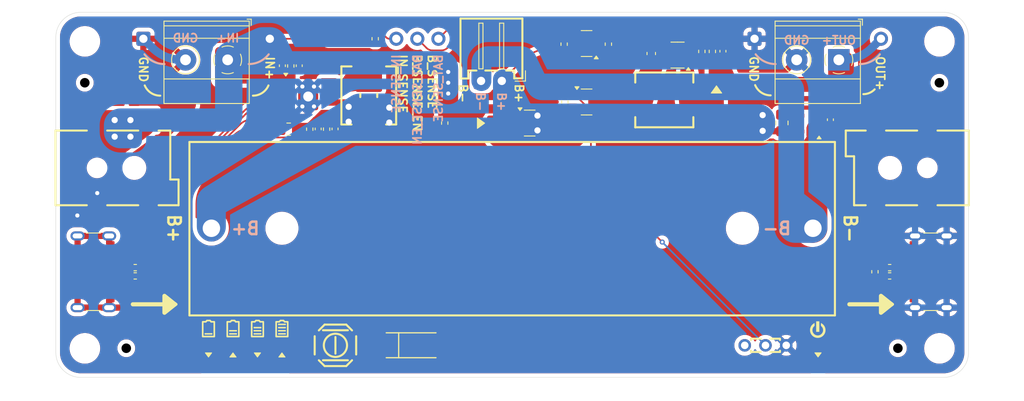
<source format=kicad_pcb>
(kicad_pcb (version 20240108) (generator "pcbnew") (generator_version "8.0")
  (layers (0 "F.Cu" signal) (31 "B.Cu" signal) (34 "B.Paste" user) (35 "F.Paste" user) (36 "B.SilkS" user "B.Silkscreen") (37 "F.SilkS" user "F.Silkscreen") (38 "B.Mask" user) (39 "F.Mask" user) (44 "Edge.Cuts" user))
  (net 0 "")
  (net 1 "B-")
  (net 2 "B+")
  (net 3 "BATVDD")
  (net 4 "GND")
  (net 5 "BOOST")
  (net 6 "VOUT")
  (net 7 "VIN")
  (net 8 "LOAD_SWITCH")
  (net 9 "SW")
  (net 10 "Net-(J1-CC1)")
  (net 11 "Net-(J1-CC2)")
  (net 12 "Net-(J2-CC1)")
  (net 13 "Net-(J2-CC2)")
  (net 14 "LED1")
  (net 15 "LED3")
  (net 16 "LED2")
  (net 17 "Net-(Q2-G)")
  (net 18 "FB")
  (net 19 "KEY")
  (net 20 "Net-(LED5-A)")
  (net 21 "Net-(LED6-A)")
  (net 22 "Net-(C6-Pad1)")
  (net 23 "Net-(C7-Pad1)")
  (net 24 "Net-(R1-Pad2)")
  (net 28 "BAT_SENSE")
  (net 29 "BAT_SENSE_ENABLE")
  (net 30 "Net-(Q3-D)")
  (net 31 "GND_PINS")
  (net 33 "POWER_IN_SENSE")
  (net 34 "BOOST_SW")
  (footprint "custom:PinHeader_1x01_P2.54mm_simple_square" (layer "F.Cu") (at 172.72 76.2)
    (property "Reference" "J12" (hide yes))
    (property "Value" "Conn_01x01")
  )
  (footprint "Resistor_SMD:R_0402_1005Metric" (layer "F.Cu") (at 189.008 104.782)
    (property "Reference" "R13" (hide yes))
    (property "Value" "22K")
  )
  (footprint "custom:LED_0805_2012Metric_Pad1.15x1.40mm_HandSolder_simple" (layer "F.Cu") (at 112.81 114.309 90)
    (property "Reference" "LED3" (hide yes))
    (property "Value" "~")
  )
  (footprint "Capacitor_SMD:C_0402_1005Metric" (layer "F.Cu") (at 122.1615 87.0675 -90)
    (property "Reference" "C2" (hide yes))
    (property "Value" "10uF")
  )
  (footprint "custom:jlcpcb-pcba-tooling-hole" (layer "F.Cu") (at 190 113.5)
    (property "Reference" "REF**" (hide yes))
    (property "Value" "jlcpcb-pcba-tooling-hole")
  )
  (footprint "custom:PinHeader_1x01_P2.54mm_simple" (layer "F.Cu") (at 187.96 76.2 -90)
    (property "Reference" "J8" (hide yes))
    (property "Value" "Conn_01x01")
  )
  (footprint "Resistor_SMD:R_0402_1005Metric" (layer "F.Cu") (at 127 76.2 90)
    (property "Reference" "R17" (hide yes))
    (property "Value" "10K")
  )
  (footprint "Resistor_SMD:R_0402_1005Metric" (layer "F.Cu") (at 116.8275 79.4775 90)
    (property "Reference" "R3" (hide yes))
    (property "Value" "2R")
  )
  (footprint "Package_TO_SOT_SMD:SOT-23-6" (layer "F.Cu") (at 163.4435 78.166 180)
    (property "Reference" "U3" (hide yes))
    (property "Value" "MT3608")
  )
  (footprint "Capacitor_SMD:C_0402_1005Metric" (layer "F.Cu") (at 120.1295 87.0675 -90)
    (property "Reference" "C7" (hide yes))
    (property "Value" "10uF")
  )
  (footprint "Resistor_SMD:R_0402_1005Metric" (layer "F.Cu") (at 166.37 77.726 -90)
    (property "Reference" "R9" (hide yes))
    (property "Value" "10K")
  )
  (footprint "custom:SOIC-8-1EP_3.9x4.9mm_P1.27mm_EP2.41x3.3mm_ThermalVias_CustomVias_Large" (layer "F.Cu") (at 118.9245 83.1585)
    (property "Reference" "U1" (hide yes))
    (property "Value" "IP5306")
  )
  (footprint "custom:Inductor_Multi_7.0x6.6_plus" (layer "F.Cu") (at 126.2255 83.0315 -90)
    (property "Reference" "L1" (hide yes))
    (property "Value" "1uH")
  )
  (footprint "Resistor_SMD:R_0805_2012Metric_Pad1.20x1.40mm_HandSolder" (layer "F.Cu") (at 176.022 86.344 90)
    (property "Reference" "R5" (hide yes))
    (property "Value" "100R")
  )
  (footprint "Package_TO_SOT_SMD:SOT-23" (layer "F.Cu") (at 152.4785 83.82)
    (property "Reference" "Q2" (hide yes))
    (property "Value" "AO3401A")
  )
  (footprint "Resistor_SMD:R_0402_1005Metric" (layer "F.Cu") (at 189.008 103.782)
    (property "Reference" "R14" (hide yes))
    (property "Value" "22K")
  )
  (footprint "custom:LED_0805_2012Metric_Pad1.15x1.40mm_HandSolder_simple" (layer "F.Cu") (at 106.91 114.309 90)
    (property "Reference" "LED1" (hide yes))
    (property "Value" "~")
  )
  (footprint "lcsc:BAT-TH_18650-A5BJ001" (layer "F.Cu") (at 143.51 99.04)
    (property "Reference" "BT1" (hide yes))
    (property "Value" "Battery_Cell")
  )
  (footprint "Package_TO_SOT_SMD:SOT-23" (layer "F.Cu") (at 145.6205 86.36)
    (property "Reference" "Q1" (hide yes))
    (property "Value" "AO3401A")
  )
  (footprint "Capacitor_SMD:C_0402_1005Metric" (layer "F.Cu") (at 168.91 77.696 90)
    (property "Reference" "C11" (hide yes))
    (property "Value" "10uF")
  )
  (footprint "custom:D_SMA_simple" (layer "F.Cu") (at 139.732 86.36 180)
    (property "Reference" "D1" (hide yes))
    (property "Value" "SS34")
  )
  (footprint "custom:LED_0805_2012Metric_Pad1.15x1.40mm_HandSolder_simple" (layer "F.Cu") (at 109.86 114.309 -90)
    (property "Reference" "LED2" (hide yes))
    (property "Value" "~")
  )
  (footprint "MountingHole:MountingHole_3.2mm_M3" (layer "F.Cu") (at 195.01 76.514)
    (property "Reference" "REF**" (hide yes))
    (property "Value" "MountingHole_3.2mm_M3")
  )
  (footprint "Resistor_SMD:R_0402_1005Metric" (layer "F.Cu") (at 135.382 86.36 -90)
    (property "Reference" "R6" (hide yes))
    (property "Value" "10K")
  )
  (footprint "custom:USB_C_Receptacle_GCT_USB4125-xx-x_6P_TopMnt_Horizontal_handsolder" (layer "F.Cu") (at 195.068 104.282 90)
    (property "Reference" "J2" (hide yes))
    (property "Value" "USB_C_Receptacle_PowerOnly_6P")
  )
  (footprint "custom:USB_C_Receptacle_GCT_USB4125-xx-x_6P_TopMnt_Horizontal_handsolder" (layer "F.Cu") (at 91.9312 104.282 -90)
    (property "Reference" "J1" (hide yes))
    (property "Value" "USB_C_Receptacle_PowerOnly_6P")
  )
  (footprint "custom:PinHeader_1x03_P2.54mm_Vertical_simple" (layer "F.Cu") (at 134.62 76.2 -90)
    (property "Reference" "J9" (hide yes))
    (property "Value" "Conn_01x03")
  )
  (footprint "custom:jlcpcb-pcba-tooling-hole" (layer "F.Cu") (at 195 81.5)
    (property "Reference" "REF**" (hide yes))
    (property "Value" "jlcpcb-pcba-tooling-hole")
  )
  (footprint "Resistor_SMD:R_0402_1005Metric" (layer "F.Cu") (at 187.232 104.284 -90)
    (property "Reference" "R10" (hide yes))
    (property "Value" "10K")
  )
  (footprint "Resistor_SMD:R_0805_2012Metric_Pad1.20x1.40mm_HandSolder" (layer "F.Cu") (at 116.5735 87.0955 180)
    (property "Reference" "R2" (hide yes))
    (property "Value" "20R")
  )
  (footprint "custom:JST_XH_S2B-XH-2AW_1x02_P2.50mm_pad2gnd" (layer "F.Cu") (at 141.01 81.28 180)
    (property "Reference" "J10" (hide yes))
    (property "Value" "Conn_01x02")
  )
  (footprint "custom:PinHeader_1x01_P2.54mm_simple_square" (layer "F.Cu") (at 99.06 76.2)
    (property "Reference" "J11" (hide yes))
    (property "Value" "Conn_01x01")
  )
  (footprint "lcsc:IND-SMD_L7.0-W6.6" (layer "F.Cu") (at 161.846 83.566)
    (property "Reference" "L2" (hide yes))
    (property "Value" "22uH")
  )
  (footprint "MountingHole:MountingHole_3.2mm_M3" (layer "F.Cu") (at 92.01 113.514)
    (property "Reference" "REF**" (hide yes))
    (property "Value" "MountingHole_3.2mm_M3")
  )
  (footprint "Resistor_SMD:R_0402_1005Metric" (layer "F.Cu") (at 119.1135 87.0975 -90)
    (property "Reference" "R1" (hide yes))
    (property "Value" "10K")
  )
  (footprint "lcsc:DC-IN_DC-050-2.0-BB" (layer "F.Cu") (at 190.448 91.764 180)
    (property "Reference" "J6" (hide yes))
    (property "Value" "Barrel_Jack_Switch")
  )
  (footprint "lcsc:DC-IN_DC-050-2.0-BB" (layer "F.Cu") (at 96.572 91.764)
    (property "Reference" "J3" (hide yes))
    (property "Value" "Barrel_Jack_Switch")
  )
  (footprint "custom:LED_0805_2012Metric_Pad1.15x1.40mm_HandSolder_simple" (layer "F.Cu") (at 115.76 114.309 -90)
    (property "Reference" "LED4" (hide yes))
    (property "Value" "~")
  )
  (footprint "Capacitor_SMD:C_0603_1608Metric" (layer "F.Cu") (at 160.274 77.978 90)
    (property "Reference" "C10" (hide yes))
    (property "Value" "10uF")
  )
  (footprint "Package_TO_SOT_SMD:SOT-23" (layer "F.Cu") (at 152.4785 76.774 180)
    (property "Reference" "Q3" (hide yes))
    (property "Value" "AO3400A")
  )
  (footprint "custom:SW-TH_DEALON_SS-12D01-GX_simple" (layer "F.Cu") (at 174.041 113.149)
    (property "Reference" "SW2" (hide yes))
    (property "Value" "SW_SPDT")
  )
  (footprint "Capacitor_SMD:C_0402_1005Metric" (layer "F.Cu") (at 115.8115 79.4475 90)
    (property "Reference" "C1" (hide yes))
    (property "Value" "10uF")
  )
  (footprint "custom:PinHeader_1x01_P2.54mm_simple" (layer "F.Cu") (at 114.3 76.2 -90)
    (property "Reference" "J5" (hide yes))
    (property "Value" "Conn_01x01")
  )
  (footprint "MountingHole:MountingHole_3.2mm_M3" (layer "F.Cu") (at 195.01 113.514)
    (property "Reference" "REF**" (hide yes))
    (property "Value" "MountingHole_3.2mm_M3")
  )
  (footprint "custom:TerminalBlock_Phoenix_MKDS-1,5-2-5.08_1x02_P5.08mm_Horizontal" (layer "F.Cu") (at 109.22 78.74 180)
    (property "Reference" "J4" (hide yes))
    (property "Value" "Screw_Terminal_01x02")
  )
  (footprint "Resistor_SMD:R_0402_1005Metric" (layer "F.Cu") (at 121.1455 87.0955 -90)
    (property "Reference" "R4" (hide yes))
    (property "Value" "2R")
  )
  (footprint "custom:SOT-23-5_simple" (layer "F.Cu") (at 179.2025 86.426 180)
    (property "Reference" "U2" (hide yes))
    (property "Value" "XB5350D0")
  )
  (footprint "custom:Push-Button-SMD-4x4x1.5mm_2P_Large_Pads" (layer "F.Cu") (at 122.208 113.149)
    (property "Reference" "SW1" (hide yes))
    (property "Value" "SW_Push")
  )
  (footprint "custom:D_SMA_simple" (layer "F.Cu") (at 168.12 82.328 -90)
    (property "Reference" "D2" (hide yes))
    (property "Value" "SS34")
  )
  (footprint "Resistor_SMD:R_0402_1005Metric" (layer "F.Cu") (at 149.86 83.822 90)
    (property "Reference" "R7" (hide yes))
    (property "Value" "10K")
  )
  (footprint "Resistor_SMD:R_0402_1005Metric" (layer "F.Cu") (at 98.08 103.782)
    (property "Reference" "R12" (hide yes))
    (property "Value" "5K1")
  )
  (footprint "custom:jlcpcb-pcba-tooling-hole" (layer "F.Cu") (at 97 113.5)
    (property "Reference" "REF**" (hide yes))
    (property "Value" "jlcpcb-pcba-tooling-hole")
  )
  (footprint "Resistor_SMD:R_0402_1005Metric" (layer "F.Cu") (at 98.08 104.782)
    (property "Reference" "R11" (hide yes))
    (property "Value" "5K1")
  )
  (footprint "Capacitor_SMD:C_0402_1005Metric" (layer "F.Cu") (at 181.864 85.956 90)
    (property "Reference" "C9" (hide yes))
    (property "Value" "0.1uF")
  )
  (footprint "MountingHole:MountingHole_3.2mm_M3" (layer "F.Cu") (at 92.01 76.514)
    (property "Reference" "REF**" (hide yes))
    (property "Value" "MountingHole_3.2mm_M3")
  )
  (footprint "Resistor_SMD:R_0402_1005Metric" (layer "F.Cu") (at 149.7725 76.851 90)
    (property "Reference" "R15" (hide yes))
    (property "Value" "10K")
  )
  (footprint "lcsc:LED-SMD_3P-L5.7-W3.0-RD" (layer "F.Cu") (at 131.2895 113.1395)
    (property "Reference" "LED5" (hide yes))
    (property "Value" "~")
  )
  (footprint "Resistor_SMD:R_0402_1005Metric" (layer "F.Cu") (at 155.1065 76.851 -90)
    (property "Reference" "R16" (hide yes))
    (property "Value" "10K")
  )
  (footprint "Capacitor_SMD:C_0402_1005Metric" (layer "F.Cu") (at 117.8435 79.4475 90)
    (property "Reference" "C6" (hide yes))
    (property "Value" "10uF")
  )
  (footprint "Resistor_SMD:R_0402_1005Metric" (layer "F.Cu") (at 167.64 77.726 90)
    (property "Reference" "R8" (hide yes))
    (property "Value" "75K")
  )
  (footprint "custom:TerminalBlock_Phoenix_MKDS-1,5-2-5.08_1x02_P5.08mm_Horizontal" (layer "F.Cu") (at 182.88 78.74 180)
    (property "Reference" "J7" (hide yes))
    (property "Value" "Screw_Terminal_01x02")
  )
  (footprint "custom:LED_0805_2012Metric_Pad1.15x1.40mm_HandSolder_simple" (layer "F.Cu") (at 180.374 114.3 90)
    (property "Reference" "LED6" (hide yes))
    (property "Value" "Boost")
  )
  (footprint "graphics:icon-power-2mm" (layer "F.Cu") (at 180.34 111.252)
    (property "Reference" "G***" (hide yes))
    (property "Value" "LOGO" (hide yes))
  )
  (footprint "custom:jlcpcb-pcba-tooling-hole" (layer "F.Cu") (at 92 81.5)
    (property "Reference" "REF**" (hide yes))
    (property "Value" "jlcpcb-pcba-tooling-hole")
  )
  (gr_arc (start 101.6 79.248002) (mid 100.260857 78.938067) (end 99.194054 78.071293) (stroke (width 0.25)) (layer "B.SilkS"))
  (gr_arc (start 114.165946 78.071291) (mid 113.099143 78.938065) (end 111.76 79.248) (stroke (width 0.25)) (layer "B.SilkS"))
  (gr_arc (start 175.26 79.248002) (mid 173.920857 78.938067) (end 172.854054 78.071293) (stroke (width 0.25)) (layer "B.SilkS"))
  (gr_arc (start 187.825946 78.071291) (mid 186.759143 78.938065) (end 185.42 79.248) (stroke (width 0.25)) (layer "B.SilkS"))
  (gr_rect (start 112.3696 111.3282) (end 113.2586 111.4552) (stroke (width 0.05)) (fill solid) (layer "F.SilkS"))
  (gr_arc (start 101.092 83.058) (mid 99.973402 82.722397) (end 99.224297 81.826444) (stroke (width 0.25)) (layer "F.SilkS"))
  (gr_arc (start 114.135703 81.826444) (mid 113.386598 82.722397) (end 112.268 83.058) (stroke (width 0.25)) (layer "F.SilkS"))
  (gr_rect (start 115.316 110.9472) (end 116.205 111.0742) (stroke (width 0.05)) (fill solid) (layer "F.SilkS"))
  (gr_poly (pts (xy 187.96 107.188) (xy 189.23 108.204) (xy 187.96 109.22)) (stroke (width 0.5)) (fill solid) (layer "F.SilkS"))
  (gr_line (start 184.15 108.204) (end 189.23 108.204) (stroke (width 0.5)) (layer "F.SilkS"))
  (gr_poly (pts (xy 101.6 107.188) (xy 102.87 108.204) (xy 101.6 109.22)) (stroke (width 0.5)) (fill solid) (layer "F.SilkS"))
  (gr_rect (start 115.316 110.5662) (end 116.205 110.6932) (stroke (width 0.05)) (fill solid) (layer "F.SilkS"))
  (gr_rect (start 109.4232 111.7092) (end 110.3122 111.8362) (stroke (width 0.05)) (fill solid) (layer "F.SilkS"))
  (gr_poly (pts (xy 106.2101 112.0902) (xy 107.6071 112.0902) (xy 107.6071 110.3122) (xy 107.2261 110.3122) (xy 107.0991 110.1598) (xy 106.7181 110.1598) (xy 106.5911 110.3122) (xy 106.2101 110.3122)) (stroke (width 0.2)) (fill none) (layer "F.SilkS"))
  (gr_line (start 97.79 108.204) (end 102.87 108.204) (stroke (width 0.5)) (layer "F.SilkS"))
  (gr_rect (start 109.4232 111.3282) (end 110.3122 111.4552) (stroke (width 0.05)) (fill solid) (layer "F.SilkS"))
  (gr_rect (start 112.3696 111.7092) (end 113.2586 111.8362) (stroke (width 0.05)) (fill solid) (layer "F.SilkS"))
  (gr_rect (start 115.316 111.3282) (end 116.205 111.4552) (stroke (width 0.05)) (fill solid) (layer "F.SilkS"))
  (gr_rect (start 112.3696 110.9472) (end 113.2586 111.0742) (stroke (width 0.05)) (fill solid) (layer "F.SilkS"))
  (gr_poly (pts (xy 112.1156 112.0902) (xy 113.5126 112.0902) (xy 113.5126 110.3122) (xy 113.1316 110.3122) (xy 113.0046 110.1598) (xy 112.6236 110.1598) (xy 112.4966 110.3122) (xy 112.1156 110.3122)) (stroke (width 0.2)) (fill none) (layer "F.SilkS"))
  (gr_arc (start 174.662297 83.019556) (mid 173.543699 82.683953) (end 172.794594 81.788) (stroke (width 0.25)) (layer "F.SilkS"))
  (gr_poly (pts (xy 115.062 112.0902) (xy 116.459 112.0902) (xy 116.459 110.3122) (xy 116.078 110.3122) (xy 115.951 110.1598) (xy 115.57 110.1598) (xy 115.443 110.3122) (xy 115.062 110.3122)) (stroke (width 0.2)) (fill none) (layer "F.SilkS"))
  (gr_rect (start 115.316 111.7092) (end 116.205 111.8362) (stroke (width 0.05)) (fill solid) (layer "F.SilkS"))
  (gr_poly (pts (xy 109.1692 112.0902) (xy 110.5662 112.0902) (xy 110.5662 110.3122) (xy 110.1852 110.3122) (xy 110.0582 110.1598) (xy 109.6772 110.1598) (xy 109.5502 110.3122) (xy 109.1692 110.3122)) (stroke (width 0.2)) (fill none) (layer "F.SilkS"))
  (gr_rect (start 106.4641 111.7092) (end 107.3531 111.8362) (stroke (width 0.05)) (fill solid) (layer "F.SilkS"))
  (gr_arc (start 187.197999 82.295999) (mid 186.577136 82.723911) (end 185.838297 82.874568) (stroke (width 0.25)) (layer "F.SilkS"))
  (gr_poly (pts (arc (start 198.51 76.014) (mid 197.63132 73.89268) (end 195.51 73.014)) (arc (start 91.51 73.014) (mid 89.38868 73.89268) (end 88.51 76.014)) (arc (start 88.51 114.014) (mid 89.38868 116.13532) (end 91.51 117.014)) (arc (start 195.51 117.014) (mid 197.63132 116.13532) (end 198.51 114.014))) (stroke (width 0.05)) (fill none) (layer "Edge.Cuts"))
  (gr_text "BAT_SENSE_EN" (at 132.08 77.978 90) (layer "B.SilkS") (effects (font (size 1 1) (thickness 0.2) (bold yes)) (justify left mirror)))
  (gr_text "B+" (at 142.24 82.55 270) (layer "B.SilkS") (effects (font (size 1 1) (thickness 0.2) (bold yes)) (justify left)))
  (gr_text "B-" (at 177.292 99.06 0) (layer "B.SilkS") (effects (font (size 1.5 1.5) (thickness 0.3) (bold yes)) (justify left mirror)))
  (gr_text "B-" (at 139.7 82.55 270) (layer "B.SilkS") (effects (font (size 1 1) (thickness 0.2) (bold yes)) (justify left)))
  (gr_text "OUT+" (at 182.88 76.962 0) (layer "B.SilkS") (effects (font (size 1 1) (thickness 0.2) (bold yes)) (justify bottom mirror)))
  (gr_text "GND" (at 177.8 76.962 0) (layer "B.SilkS") (effects (font (size 1 1) (thickness 0.2) (bold yes)) (justify bottom mirror)))
  (gr_text "BAT_SENSE" (at 134.62 77.978 90) (layer "B.SilkS") (effects (font (size 1 1) (thickness 0.2) (bold yes)) (justify left mirror)))
  (gr_text "GND" (at 104.14 76.708 0) (layer "B.SilkS") (effects (font (size 1 1) (thickness 0.2) (bold yes)) (justify bottom mirror)))
  (gr_text "B+" (at 109.474 99.06 0) (layer "B.SilkS") (effects (font (size 1.5 1.5) (thickness 0.3) (bold yes)) (justify right mirror)))
  (gr_text "IN+" (at 109.22 76.708 0) (layer "B.SilkS") (effects (font (size 1 1) (thickness 0.2) (bold yes)) (justify bottom mirror)))
  (gr_text "IN_SENSE" (at 129.54 77.978 90) (layer "B.SilkS") (effects (font (size 1 1) (thickness 0.2) (bold yes)) (justify left mirror)))
  (gr_text "GND" (at 172.630297 78.193556 270) (layer "F.SilkS") (effects (font (size 1 1) (thickness 0.2) (bold yes)) (justify left)))
  (gr_text "B+" (at 143.764 81.534 -90) (layer "F.SilkS") (effects (font (size 1 1) (thickness 0.2) (bold yes)) (justify left bottom)))
  (gr_text "IN+" (at 114.3 78.232 270) (layer "F.SilkS") (effects (font (size 1 1) (thickness 0.2) (bold yes)) (justify left)))
  (gr_text "B_SENSE_EN" (at 132.08 77.978 270) (layer "F.SilkS") (effects (font (size 1 1) (thickness 0.2) (bold yes)) (justify left)))
  (gr_text "OUT+" (at 187.870297 78.193556 270) (layer "F.SilkS") (effects (font (size 1 1) (thickness 0.2) (bold yes)) (justify left)))
  (gr_text "B_SENSE" (at 133.858 77.978 270) (layer "F.SilkS") (effects (font (size 1 1) (thickness 0.2) (bold yes)) (justify left)))
  (gr_text "IN_SENSE" (at 130.302 77.978 270) (layer "F.SilkS") (effects (font (size 1 1) (thickness 0.2) (bold yes)) (justify left)))
  (gr_text "B+" (at 103.632 99.06 270) (layer "F.SilkS") (effects (font (size 1.5 1.5) (thickness 0.3) (bold yes)) (justify top)))
  (gr_text "B-" (at 138.176 81.534 270) (layer "F.SilkS") (effects (font (size 1 1) (thickness 0.2) (bold yes)) (justify left top)))
  (gr_text "B-" (at 183.388 99.06 270) (layer "F.SilkS") (effects (font (size 1.5 1.5) (thickness 0.3) (bold yes)) (justify bottom)))
  (gr_text "GND" (at 99.06 78.232 270) (layer "F.SilkS") (effects (font (size 1 1) (thickness 0.2) (bold yes)) (justify left)))
  (segment (start 179.948816 88.5) (end 180.731184 88.5) (width 0.5) (layer "F.Cu") (net 1))
  (segment (start 179.774816 86.426) (end 179.2275 86.973316) (width 0.5) (layer "F.Cu") (net 1))
  (segment (start 181.864 87.367184) (end 181.864 86.436) (width 0.5) (layer "F.Cu") (net 1))
  (segment (start 179.2275 87.778684) (end 179.948816 88.5) (width 0.5) (layer "F.Cu") (net 1))
  (segment (start 179.2275 86.973316) (end 179.2275 87.778684) (width 0.5) (layer "F.Cu") (net 1))
  (segment (start 180.731184 88.5) (end 181.864 87.367184) (width 0.5) (layer "F.Cu") (net 1))
  (segment (start 180.34 86.426) (end 179.774816 86.426) (width 0.5) (layer "F.Cu") (net 1))
  (segment (start 173.7 87.3) (end 173.744 87.344) (width 0.75) (layer "F.Cu") (net 2))
  (segment (start 144.714534 78.825466) (end 142.26 81.28) (width 0.2) (layer "F.Cu") (net 2))
  (segment (start 149.7725 77.361) (end 148.250068 77.361) (width 0.2) (layer "F.Cu") (net 2))
  (segment (start 173.744 87.344) (end 176.022 87.344) (width 0.75) (layer "F.Cu") (net 2))
  (segment (start 146.558 85.458) (end 146.558 86.36) (width 0.75) (layer "F.Cu") (net 2))
  (segment (start 146.558 87.242) (end 146.558 86.36) (width 0.75) (layer "F.Cu") (net 2))
  (segment (start 173.7 85.4) (end 173.7 87.3) (width 0.75) (layer "F.Cu") (net 2))
  (via (at 128.7 86.3) (size 1.5) (drill 0.75) (layers "F.Cu" "B.Cu") (net 2))
  (via (at 173.7 85.4) (size 1.5) (drill 0.75) (layers "F.Cu" "B.Cu") (net 2))
  (via (at 123.8 86.2) (size 1.5) (drill 0.75) (layers "F.Cu" "B.Cu") (net 2))
  (via (at 146.558 85.458) (size 1.5) (drill 0.75) (layers "F.Cu" "B.Cu") (net 2))
  (via (at 123.8 84.4) (size 1.5) (drill 0.75) (layers "F.Cu" "B.Cu") (net 2))
  (via (at 146.558 87.242) (size 1.5) (drill 0.75) (layers "F.Cu" "B.Cu") (net 2))
  (via (at 128.7 84.5) (size 1.5) (drill 0.75) (layers "F.Cu" "B.Cu") (net 2))
  (via (at 173.7 87.3) (size 1.5) (drill 0.75) (layers "F.Cu" "B.Cu") (net 2))
  (arc (start 148.250068 77.361) (mid 146.336651 77.741602) (end 144.714534 78.825466) (width 0.2) (layer "F.Cu") (net 2))
  (segment (start 180.34 85.476) (end 181.864 85.476) (width 0.5) (layer "F.Cu") (net 3))
  (segment (start 176.866 84.5) (end 179.364 84.5) (width 0.5) (layer "F.Cu") (net 3))
  (segment (start 179.364 84.5) (end 180.34 85.476) (width 0.5) (layer "F.Cu") (net 3))
  (segment (start 176.022 85.344) (end 176.866 84.5) (width 0.5) (layer "F.Cu") (net 3))
  (segment (start 163.4185 75.9185) (end 163.4 75.9) (width 0.5) (layer "F.Cu") (net 4))
  (segment (start 163.4185 77.458892) (end 163.4185 75.9185) (width 0.5) (layer "F.Cu") (net 4))
  (segment (start 163.772054 78.019553) (end 163.564946 77.812445) (width 0.5) (layer "F.Cu") (net 4))
  (segment (start 164.581 78.166) (end 164.125608 78.166) (width 0.5) (layer "F.Cu") (net 4))
  (via (at 93.5 94.8) (size 1) (drill 0.5) (layers "F.Cu" "B.Cu") (net 4))
  (via (at 91.1 97.5) (size 1) (drill 0.5) (layers "F.Cu" "B.Cu") (net 4))
  (arc (start 163.564946 77.812445) (mid 163.45656 77.650233) (end 163.4185 77.458892) (width 0.5) (layer "F.Cu") (net 4))
  (arc (start 164.125608 78.166) (mid 163.934266 78.12794) (end 163.772054 78.019553) (width 0.5) (layer "F.Cu") (net 4))
  (segment (start 188.498 103.782) (end 188.498 104.782) (width 0.75) (layer "F.Cu") (net 6))
  (segment (start 188.498 104.782) (end 188.498 105.101999) (width 0.75) (layer "F.Cu") (net 6))
  (segment (start 187.232 103.774) (end 188.186001 103.774) (width 0.75) (layer "F.Cu") (net 6))
  (segment (start 188.498 105.101999) (end 189.198001 105.802) (width 0.75) (layer "F.Cu") (net 6))
  (segment (start 189.198001 105.802) (end 191.788 105.802) (width 0.75) (layer "F.Cu") (net 6))
  (segment (start 188.498 103.462001) (end 188.498 103.782) (width 0.75) (layer "F.Cu") (net 6))
  (segment (start 188.498 103.002) (end 188.498 103.462001) (width 0.75) (layer "F.Cu") (net 6))
  (segment (start 188.738 102.762) (end 188.498 103.002) (width 0.75) (layer "F.Cu") (net 6))
  (segment (start 182.88 78.74) (end 183.348932 78.74) (width 1) (layer "F.Cu") (net 6))
  (segment (start 191.788 102.762) (end 188.738 102.762) (width 0.75) (layer "F.Cu") (net 6))
  (segment (start 188.186001 103.774) (end 188.498 103.462001) (width 0.75) (layer "F.Cu") (net 6))
  (segment (start 186.884466 77.275534) (end 187.96 76.2) (width 1) (layer "B.Cu") (net 6))
  (segment (start 182.88 78.74) (end 183.348932 78.74) (width 1) (layer "B.Cu") (net 6))
  (arc (start 186.884466 77.275534) (mid 185.262349 78.359398) (end 183.348932 78.74) (width 1) (layer "B.Cu") (net 6))
  (segment (start 96.0112 102.762) (end 95.2112 102.762) (width 0.75) (layer "F.Cu") (net 7))
  (segment (start 94.36569 105.802) (end 95.2112 105.802) (width 0.75) (layer "F.Cu") (net 7))
  (segment (start 127 76.71) (end 121.417107 76.71) (width 0.2) (layer "F.Cu") (net 7))
  (segment (start 95.2112 102.762) (end 94.36569 102.762) (width 0.75) (layer "F.Cu") (net 7))
  (segment (start 93.8 105.23631) (end 94.36569 105.802) (width 0.75) (layer "F.Cu") (net 7))
  (segment (start 109.22 78.74) (end 109.688932 78.74) (width 1) (layer "F.Cu") (net 7))
  (segment (start 95.7 88.242) (end 95.7 93.6) (width 0.75) (layer "F.Cu") (net 7))
  (segment (start 93.8 103.32769) (end 93.8 105.23631) (width 0.75) (layer "F.Cu") (net 7))
  (segment (start 96.875 94.775) (end 96.875 101.8982) (width 0.75) (layer "F.Cu") (net 7))
  (segment (start 94.36569 102.762) (end 93.8 103.32769) (width 0.75) (layer "F.Cu") (net 7))
  (segment (start 121.063553 76.563553) (end 120.846446 76.346446) (width 0.2) (layer "F.Cu") (net 7))
  (segment (start 120.492893 76.2) (end 114.3 76.2) (width 0.2) (layer "F.Cu") (net 7))
  (segment (start 96.875 101.8982) (end 96.0112 102.762) (width 0.75) (layer "F.Cu") (net 7))
  (segment (start 95.7 93.6) (end 96.875 94.775) (width 0.75) (layer "F.Cu") (net 7))
  (segment (start 93.472 86.014) (end 95.7 88.242) (width 0.75) (layer "F.Cu") (net 7))
  (via (at 135.8 81.5) (size 1) (drill 0.5) (layers "F.Cu" "B.Cu") (net 7))
  (via (at 95.6 86) (size 1.5) (drill 0.75) (layers "F.Cu" "B.Cu") (net 7))
  (via (at 135.8 82.8) (size 1) (drill 0.5) (layers "F.Cu" "B.Cu") (net 7))
  (via (at 95.6 88) (size 1.5) (drill 0.75) (layers "F.Cu" "B.Cu") (net 7))
  (via (at 97.5 88) (size 1.5) (drill 0.75) (layers "F.Cu" "B.Cu") (net 7))
  (via (at 135.8 80.2) (size 1) (drill 0.5) (layers "F.Cu" "B.Cu") (net 7))
  (via (at 97.5 86) (size 1.5) (drill 0.75) (layers "F.Cu" "B.Cu") (net 7))
  (arc (start 121.063553 76.563553) (mid 121.225765 76.67194) (end 121.417107 76.71) (width 0.2) (layer "F.Cu") (net 7))
  (arc (start 120.492893 76.2) (mid 120.684234 76.23806) (end 120.846446 76.346446) (width 0.2) (layer "F.Cu") (net 7))
  (segment (start 95.2112 103.782) (end 97.57 103.782) (width 0.5) (layer "F.Cu") (net 10))
  (segment (start 97.57 104.782) (end 95.2112 104.782) (width 0.5) (layer "F.Cu") (net 11))
  (segment (start 189.518 104.782) (end 191.788 104.782) (width 0.5) (layer "F.Cu") (net 12))
  (segment (start 191.788 103.782) (end 189.518 103.782) (width 0.5) (layer "F.Cu") (net 13))
  (segment (start 109.86 113.284) (end 109.86 110.068327) (width 0.2) (layer "F.Cu") (net 14))
  (segment (start 108.98132 107.947006) (end 104.314466 103.280152) (width 0.2) (layer "F.Cu") (net 14))
  (segment (start 104.314466 91.788476) (end 111.224263 84.878679) (width 0.2) (layer "F.Cu") (net 14))
  (segment (start 115.506128 83.12132) (end 115.957502 82.669946) (width 0.2) (layer "F.Cu") (net 14))
  (segment (start 113.345583 84) (end 113.384807 84) (width 0.2) (layer "F.Cu") (net 14))
  (segment (start 116.311055 82.5235) (end 116.4495 82.5235) (width 0.2) (layer "F.Cu") (net 14))
  (segment (start 102.85 99.744618) (end 102.85 95.32401) (width 0.2) (layer "F.Cu") (net 14))
  (arc (start 109.86 110.068327) (mid 109.631638 108.920276) (end 108.98132 107.947006) (width 0.2) (layer "F.Cu") (net 14))
  (arc (start 102.85 99.744618) (mid 103.230602 101.658035) (end 104.314466 103.280152) (width 0.2) (layer "F.Cu") (net 14))
  (arc (start 102.85 95.32401) (mid 103.230602 93.410593) (end 104.314466 91.788476) (width 0.2) (layer "F.Cu") (net 14))
  (arc (start 115.506128 83.12132) (mid 114.532858 83.771639) (end 113.384807 84) (width 0.2) (layer "F.Cu") (net 14))
  (arc (start 116.311055 82.5235) (mid 116.119714 82.56156) (end 115.957502 82.669946) (width 0.2) (layer "F.Cu") (net 14))
  (arc (start 113.345583 84) (mid 112.197533 84.228361) (end 111.224263 84.878679) (width 0.2) (layer "F.Cu") (net 14))
  (segment (start 103.650118 95.644531) (end 103.651538 95.513632) (width 0.2) (layer "F.Cu") (net 15))
  (segment (start 116.156608 85.356392) (end 116.4495 85.0635) (width 0.2) (layer "F.Cu") (net 15))
  (segment (start 105.015284 92.221217) (end 105.10684 92.127642) (width 0.2) (layer "F.Cu") (net 15))
  (segment (start 103.659032 95.361017) (end 103.682793 95.089431) (width 0.2) (layer "F.Cu") (net 15))
  (segment (start 112.120562 85.942179) (end 114.742394 85.942179) (width 0.2) (layer "F.Cu") (net 15))
  (segment (start 103.705568 94.916444) (end 103.751022 94.658664) (width 0.2) (layer "F.Cu") (net 15))
  (segment (start 103.998548 101.244702) (end 103.90902 100.998733) (width 0.2) (layer "F.Cu") (net 15))
  (segment (start 103.856551 100.832326) (end 103.788803 100.57949) (width 0.2) (layer "F.Cu") (net 15))
  (segment (start 105.106763 102.940095) (end 105.015218 102.84651) (width 0.2) (layer "F.Cu") (net 15))
  (segment (start 104.737472 92.543232) (end 104.912751 92.334343) (width 0.2) (layer "F.Cu") (net 15))
  (segment (start 104.25649 93.269916) (end 104.387369 93.043227) (width 0.2) (layer "F.Cu") (net 15))
  (segment (start 104.91284 102.733543) (end 104.737489 102.524569) (width 0.2) (layer "F.Cu") (net 15))
  (segment (start 104.387387 102.024578) (end 104.256507 101.797888) (width 0.2) (layer "F.Cu") (net 15))
  (segment (start 103.682808 99.978387) (end 103.65904 99.706743) (width 0.2) (layer "F.Cu") (net 15))
  (segment (start 114.521573 110.6) (end 113.594924 110.6) (width 0.2) (layer "F.Cu") (net 15))
  (segment (start 112.18071 110.014213) (end 105.122255 102.955758) (width 0.2) (layer "F.Cu") (net 15))
  (segment (start 104.065301 93.66191) (end 104.175925 93.424677) (width 0.2) (layer "F.Cu") (net 15))
  (segment (start 104.631275 102.38615) (end 104.481136 102.171732) (width 0.2) (layer "F.Cu") (net 15))
  (segment (start 104.481118 92.896072) (end 104.631256 92.681654) (width 0.2) (layer "F.Cu") (net 15))
  (segment (start 115.76 115.334) (end 116.314214 114.779786) (width 0.2) (layer "F.Cu") (net 15))
  (segment (start 105.122177 92.112137) (end 110.706349 86.527965) (width 0.2) (layer "F.Cu") (net 15))
  (segment (start 103.65 99.401523) (end 103.65 95.666234) (width 0.2) (layer "F.Cu") (net 15))
  (segment (start 103.651547 99.55424) (end 103.650119 99.423346) (width 0.2) (layer "F.Cu") (net 15))
  (segment (start 116.314213 111.564213) (end 115.935786 111.185786) (width 0.2) (layer "F.Cu") (net 15))
  (segment (start 103.751038 100.409151) (end 103.705583 100.151369) (width 0.2) (layer "F.Cu") (net 15))
  (segment (start 103.909001 94.069084) (end 103.998529 93.82311) (width 0.2) (layer "F.Cu") (net 15))
  (segment (start 104.175944 101.643131) (end 104.065317 101.405894) (width 0.2) (layer "F.Cu") (net 15))
  (segment (start 116.9 113.365573) (end 116.9 112.978427) (width 0.2) (layer "F.Cu") (net 15))
  (segment (start 103.788787 94.48832) (end 103.856537 94.235478) (width 0.2) (layer "F.Cu") (net 15))
  (arc (start 104.91284 102.733543) (mid 104.962952 102.791003) (end 105.015218 102.84651) (width 0.2) (layer "F.Cu") (net 15))
  (arc (start 104.387387 102.024578) (mid 104.432656 102.099178) (end 104.481136 102.171732) (width 0.2) (layer "F.Cu") (net 15))
  (arc (start 112.18071 110.014213) (mid 112.829557 110.447759) (end 113.594924 110.6) (width 0.2) (layer "F.Cu") (net 15))
  (arc (start 105.122255 102.955758) (mid 105.114488 102.947948) (end 105.106763 102.940095) (width 0.2) (layer "F.Cu") (net 15))
  (arc (start 105.015284 92.221217) (mid 104.962938 92.276801) (end 104.912751 92.334343) (width 0.2) (layer "F.Cu") (net 15))
  (arc (start 103.751022 94.658664) (mid 103.768046 94.57308) (end 103.788787 94.48832) (width 0.2) (layer "F.Cu") (net 15))
  (arc (start 116.9 113.365573) (mid 116.747759 114.13094) (end 116.314214 114.779786) (width 0.2) (layer "F.Cu") (net 15))
  (arc (start 104.737489 102.524569) (mid 104.682872 102.456518) (end 104.631275 102.38615) (width 0.2) (layer "F.Cu") (net 15))
  (arc (start 104.175925 93.424677) (mid 104.214519 93.346417) (end 104.25649 93.269916) (width 0.2) (layer "F.Cu") (net 15))
  (arc (start 103.90902 100.998733) (mid 103.88097 100.916102) (end 103.856551 100.832326) (width 0.2) (layer "F.Cu") (net 15))
  (arc (start 104.065301 93.66191) (mid 104.030156 93.741782) (end 103.998529 93.82311) (width 0.2) (layer "F.Cu") (net 15))
  (arc (start 104.481118 92.896072) (mid 104.432638 92.968627) (end 104.387369 93.043227) (width 0.2) (layer "F.Cu") (net 15))
  (arc (start 103.65 99.401523) (mid 103.65003 99.412435) (end 103.650119 99.423346) (width 0.2) (layer "F.Cu") (net 15))
  (arc (start 116.9 112.978427) (mid 116.747759 112.21306) (end 116.314213 111.564213) (width 0.2) (layer "F.Cu") (net 15))
  (arc (start 104.256507 101.797888) (mid 104.214537 101.721388) (end 104.175944 101.643131) (width 0.2) (layer "F.Cu") (net 15))
  (arc (start 103.998548 101.244702) (mid 104.030174 101.326026) (end 104.065317 101.405894) (width 0.2) (layer "F.Cu") (net 15))
  (arc (start 103.659032 95.361017) (mid 103.653827 95.437253) (end 103.651538 95.513632) (width 0.2) (layer "F.Cu") (net 15))
  (arc (start 103.705568 94.916444) (mid 103.692293 95.002689) (end 103.682793 95.089431) (width 0.2) (layer "F.Cu") (net 15))
  (arc (start 103.651547 99.55424) (mid 103.653838 99.630563) (end 103.65904 99.706743) (width 0.2) (layer "F.Cu") (net 15))
  (arc (start 103.751038 100.409151) (mid 103.768062 100.494733) (end 103.788803 100.57949) (width 0.2) (layer "F.Cu") (net 15))
  (arc (start 103.682808 99.978387) (mid 103.692308 100.065126) (end 103.705583 100.151369) (width 0.2) (layer "F.Cu") (net 15))
  (arc (start 115.935786 111.185786) (mid 115.28694 110.752241) (end 114.521573 110.6) (width 0.2) (layer "F.Cu") (net 15))
  (arc (start 103.65 95.666234) (mid 103.650029 95.655382) (end 103.650118 95.644531) (width 0.2) (layer "F.Cu") (net 15))
  (arc (start 105.122177 92.112137) (mid 105.114487 92.119869) (end 105.10684 92.127642) (width 0.2) (layer "F.Cu") (net 15))
  (arc (start 104.631256 92.681654) (mid 104.682854 92.611284) (end 104.737472 92.543232) (width 0.2) (layer "F.Cu") (net 15))
  (arc (start 114.742394 85.942179) (mid 115.507761 85.789938) (end 116.156608 85.356392) (width 0.2) (layer "F.Cu") (net 15))
  (arc (start 103.909001 94.069084) (mid 103.880954 94.151709) (end 103.856537 94.235478) (width 0.2) (layer "F.Cu") (net 15))
  (arc (start 110.706349 86.527965) (mid 111.355195 86.09442) (end 112.120562 85.942179) (width 0.2) (layer "F.Cu") (net 15))
  (segment (start 116.428787 83.814213) (end 116.4495 83.7935) (width 0.2) (layer "F.Cu") (net 16))
  (segment (start 112.81 113.284) (end 112.81 112.452641) (width 0.2) (layer "F.Cu") (net 16))
  (segment (start 103.25 99.578932) (end 103.25 95.489696) (width 0.2) (layer "F.Cu") (net 16))
  (segment (start 104.714466 91.954162) (end 111.389949 85.278679) (width 0.2) (layer "F.Cu") (net 16))
  (segment (start 111.93132 110.33132) (end 104.714466 103.114466) (width 0.2) (layer "F.Cu") (net 16))
  (segment (start 113.511269 84.4) (end 115.014573 84.4) (width 0.2) (layer "F.Cu") (net 16))
  (arc (start 112.81 112.452641) (mid 112.581638 111.30459) (end 111.93132 110.33132) (width 0.2) (layer "F.Cu") (net 16))
  (arc (start 115.014573 84.4) (mid 115.77994 84.247759) (end 116.428787 83.814213) (width 0.2) (layer "F.Cu") (net 16))
  (arc (start 111.389949 85.278679) (mid 112.363219 84.628361) (end 113.511269 84.4) (width 0.2) (layer "F.Cu") (net 16))
  (arc (start 103.25 99.578932) (mid 103.630602 101.492349) (end 104.714466 103.114466) (width 0.2) (layer "F.Cu") (net 16))
  (arc (start 103.25 95.489696) (mid 103.630602 93.576279) (end 104.714466 91.954162) (width 0.2) (layer "F.Cu") (net 16))
  (segment (start 152.294526 84.17) (end 151.687446 83.56292) (width 0.2) (layer "F.Cu") (net 17))
  (segment (start 152.853553 84.729027) (end 152.5785 84.453974) (width 0.2) (layer "F.Cu") (net 17))
  (segment (start 153.780988 92.724737) (end 153.562783 92.346799) (width 0.2) (layer "F.Cu") (net 17))
  (segment (start 153.562783 92.346799) (end 153.378347 91.951281) (width 0.2) (layer "F.Cu") (net 17))
  (segment (start 161.596 100.704) (end 154.464466 93.572466) (width 0.2) (layer "F.Cu") (net 17))
  (segment (start 154.311821 93.416525) (end 154.031303 93.082219) (width 0.2) (layer "F.Cu") (net 17))
  (segment (start 153.229085 91.541193) (end 153.116132 91.119658) (width 0.2) (layer "F.Cu") (net 17))
  (segment (start 153.00231 90.255135) (end 153 90.036932) (width 0.2) (layer "F.Cu") (net 17))
  (segment (start 150.155553 83.016447) (end 149.86 83.312) (width 0.2) (layer "F.Cu") (net 17))
  (segment (start 152.5785 84.453974) (end 152.5785 84.429448) (width 0.2) (layer "F.Cu") (net 17))
  (segment (start 151.541 83.209367) (end 151.541 82.87) (width 0.2) (layer "F.Cu") (net 17))
  (segment (start 152.319052 84.17) (end 152.294526 84.17) (width 0.2) (layer "F.Cu") (net 17))
  (segment (start 152.5785 84.429448) (end 152.319052 84.17) (width 0.2) (layer "F.Cu") (net 17))
  (segment (start 153.378347 91.951281) (end 153.229085 91.541193) (width 0.2) (layer "F.Cu") (net 17))
  (segment (start 154.031303 93.082219) (end 153.780988 92.724737) (width 0.2) (layer "F.Cu") (net 17))
  (segment (start 151.541 82.87) (end 150.509107 82.87) (width 0.2) (layer "F.Cu") (net 17))
  (segment (start 153.040348 90.689881) (end 153.00231 90.255135) (width 0.2) (layer "F.Cu") (net 17))
  (segment (start 154.464466 93.572466) (end 154.311821 93.416525) (width 0.2) (layer "F.Cu") (net 17))
  (segment (start 153 90.036932) (end 153 85.082581) (width 0.2) (layer "F.Cu") (net 17))
  (segment (start 153.116132 91.119658) (end 153.040348 90.689881) (width 0.2) (layer "F.Cu") (net 17))
  (via (at 161.596 100.704) (size 0.6) (drill 0.3) (layers "F.Cu" "B.Cu") (net 17))
  (arc (start 151.687446 83.56292) (mid 151.57906 83.400708) (end 151.541 83.209367) (width 0.2) (layer "F.Cu") (net 17))
  (arc (start 150.509107 82.87) (mid 150.317765 82.90806) (end 150.155553 83.016447) (width 0.2) (layer "F.Cu") (net 17))
  (arc (start 152.853553 84.729027) (mid 152.96194 84.891239) (end 153 85.082581) (width 0.2) (layer "F.Cu") (net 17))
  (segment (start 161.596 100.704) (end 174.041 113.149) (width 0.2) (layer "B.Cu") (net 17))
  (segment (start 118.0815 86.5875) (end 119.1135 86.5875) (width 0.5) (layer "F.Cu") (net 19))
  (segment (start 119.1135 86.5875) (end 119.1135 86.455234) (width 0.5) (layer "F.Cu") (net 19))
  (segment (start 119.7425 85.8575) (end 120.5365 85.0635) (width 0.5) (layer "F.Cu") (net 19))
  (segment (start 120.5365 85.0635) (end 121.3995 85.0635) (width 0.5) (layer "F.Cu") (net 19))
  (segment (start 119.1135 86.455234) (end 119.711234 85.8575) (width 0.5) (layer "F.Cu") (net 19))
  (segment (start 119.711234 85.8575) (end 119.7425 85.8575) (width 0.5) (layer "F.Cu") (net 19))
  (segment (start 117.5735 87.0955) (end 118.0815 86.5875) (width 0.5) (layer "F.Cu") (net 19))
  (segment (start 110.037952 87.97418) (end 105.664466 92.347666) (width 0.5) (layer "F.Cu") (net 20))
  (segment (start 126.785787 112.114213) (end 127.014214 111.885786) (width 0.5) (layer "F.Cu") (net 20))
  (segment (start 128.428427 111.3) (end 132.071573 111.3) (width 0.5) (layer "F.Cu") (net 20))
  (segment (start 105.664466 102.720151) (end 111.765636 108.821321) (width 0.5) (layer "F.Cu") (net 20))
  (segment (start 117.491785 111.644611) (end 117.491785 111.763035) (width 0.5) (layer "F.Cu") (net 20))
  (segment (start 104.2 95.8832) (end 104.2 99.184617) (width 0.5) (layer "F.Cu") (net 20))
  (segment (start 115.5735 87.0955) (end 112.159273 87.0955) (width 0.5) (layer "F.Cu") (net 20))
  (segment (start 119.174334 112.7) (end 125.371573 112.7) (width 0.5) (layer "F.Cu") (net 20))
  (segment (start 117.550364 111.904457) (end 117.760121 112.114214) (width 0.5) (layer "F.Cu") (net 20))
  (segment (start 113.886956 109.7) (end 114.718747 109.7) (width 0.5) (layer "F.Cu") (net 20))
  (segment (start 133.485787 111.885787) (end 134.1095 112.5095) (width 0.5) (layer "F.Cu") (net 20))
  (segment (start 133.62 112.519) (end 133.62 113.149) (width 0.5) (layer "F.Cu") (net 20))
  (segment (start 116.840068 110.57868) (end 117.198892 110.937504) (width 0.5) (layer "F.Cu") (net 20))
  (arc (start 105.664466 102.720151) (mid 104.580602 101.098034) (end 104.2 99.184617) (width 0.5) (layer "F.Cu") (net 20))
  (arc (start 127.014214 111.885786) (mid 127.66306 111.452241) (end 128.428427 111.3) (width 0.5) (layer "F.Cu") (net 20))
  (arc (start 110.037952 87.97418) (mid 111.011222 87.323861) (end 112.159273 87.0955) (width 0.5) (layer "F.Cu") (net 20))
  (arc (start 114.718747 109.7) (mid 115.866798 109.928362) (end 116.840068 110.57868) (width 0.5) (layer "F.Cu") (net 20))
  (arc (start 117.491785 111.763035) (mid 117.507009 111.839572) (end 117.550364 111.904457) (width 0.5) (layer "F.Cu") (net 20))
  (arc (start 105.664466 92.347666) (mid 104.580602 93.969783) (end 104.2 95.8832) (width 0.5) (layer "F.Cu") (net 20))
  (arc (start 126.785787 112.114213) (mid 126.13694 112.547759) (end 125.371573 112.7) (width 0.5) (layer "F.Cu") (net 20))
  (arc (start 113.886956 109.7) (mid 112.738906 109.471639) (end 111.765636 108.821321) (width 0.5) (layer "F.Cu") (net 20))
  (arc (start 117.491785 111.644611) (mid 117.415665 111.261928) (end 117.198892 110.937504) (width 0.5) (layer "F.Cu") (net 20))
  (arc (start 119.174334 112.7) (mid 118.408967 112.547759) (end 117.760121 112.114214) (width 0.5) (layer "F.Cu") (net 20))
  (arc (start 133.485787 111.885787) (mid 132.83694 111.452241) (end 132.071573 111.3) (width 0.5) (layer "F.Cu") (net 20))
  (segment (start 187.232 104.794) (end 187.232 107.796932) (width 0.2) (layer "F.Cu") (net 21))
  (segment (start 185.767534 111.332466) (end 185.289466 111.810534) (width 0.2) (layer "F.Cu") (net 21))
  (segment (start 181.753932 113.275) (end 180.374 113.275) (width 0.2) (layer "F.Cu") (net 21))
  (arc (start 181.753932 113.275) (mid 183.667349 112.894398) (end 185.289466 111.810534) (width 0.2) (layer "F.Cu") (net 21))
  (arc (start 187.232 107.796932) (mid 186.851398 109.710349) (end 185.767534 111.332466) (width 0.2) (layer "F.Cu") (net 21))
  (segment (start 117.8435 79.9275) (end 117.7875 79.9275) (width 0.2) (layer "F.Cu") (net 22))
  (segment (start 117.7875 79.9275) (end 116.8275 78.9675) (width 0.2) (layer "F.Cu") (net 22))
  (segment (start 120.1295 86.5875) (end 120.1295 86.5895) (width 0.2) (layer "F.Cu") (net 23))
  (segment (start 120.1295 86.5895) (end 121.1455 87.6055) (width 0.2) (layer "F.Cu") (net 23))
  (segment (start 119.1135 87.6075) (end 118.918393 87.802607) (width 0.2) (layer "F.Cu") (net 24))
  (segment (start 118.75242 111.299) (end 119.008 111.299) (width 0.2) (layer "F.Cu") (net 24))
  (segment (start 118.211286 88.0955) (end 111.937091 88.0955) (width 0.2) (layer "F.Cu") (net 24))
  (segment (start 104.75 96.111018) (end 104.75 98.956799) (width 0.2) (layer "F.Cu") (net 24))
  (segment (start 109.81577 88.97418) (end 106.214466 92.575484) (width 0.2) (layer "F.Cu") (net 24))
  (segment (start 114.064774 109.1) (end 114.896565 109.1) (width 0.2) (layer "F.Cu") (net 24))
  (segment (start 119.008 111.299) (end 125.408 111.299) (width 0.5) (layer "F.Cu") (net 24))
  (segment (start 106.214466 102.492333) (end 111.943454 108.221321) (width 0.2) (layer "F.Cu") (net 24))
  (segment (start 117.017886 109.97868) (end 118.045313 111.006107) (width 0.2) (layer "F.Cu") (net 24))
  (arc (start 106.214466 92.575484) (mid 105.130602 94.197601) (end 104.75 96.111018) (width 0.2) (layer "F.Cu") (net 24))
  (arc (start 111.943454 108.221321) (mid 112.916724 108.871639) (end 114.064774 109.1) (width 0.2) (layer "F.Cu") (net 24))
  (arc (start 118.75242 111.299) (mid 118.369737 111.22288) (end 118.045313 111.006107) (width 0.2) (layer "F.Cu") (net 24))
  (arc (start 114.896565 109.1) (mid 116.044616 109.328362) (end 117.017886 109.97868) (width 0.2) (layer "F.Cu") (net 24))
  (arc (start 118.211286 88.0955) (mid 118.593969 88.01938) (end 118.918393 87.802607) (width 0.2) (layer "F.Cu") (net 24))
  (arc (start 106.214466 102.492333) (mid 105.130602 100.870216) (end 104.75 98.956799) (width 0.2) (layer "F.Cu") (net 24))
  (arc (start 109.81577 88.97418) (mid 110.78904 88.323861) (end 111.937091 88.0955) (width 0.2) (layer "F.Cu") (net 24))
  (segment (start 152.177786 75) (end 136.234214 75) (width 0.2) (layer "F.Cu") (net 28))
  (segment (start 154.882393 76.116893) (end 155.1065 76.341) (width 0.2) (layer "F.Cu") (net 28))
  (segment (start 153.416 75.824) (end 152.884893 75.292893) (width 0.2) (layer "F.Cu") (net 28))
  (segment (start 135.527107 75.292893) (end 134.62 76.2) (width 0.2) (layer "F.Cu") (net 28))
  (segment (start 153.416 75.824) (end 154.175286 75.824) (width 0.2) (layer "F.Cu") (net 28))
  (arc (start 135.527107 75.292893) (mid 135.85153 75.07612) (end 136.234214 75) (width 0.2) (layer "F.Cu") (net 28))
  (arc (start 152.884893 75.292893) (mid 152.56047 75.07612) (end 152.177786 75) (width 0.2) (layer "F.Cu") (net 28))
  (arc (start 154.882393 76.116893) (mid 154.55797 75.90012) (end 154.175286 75.824) (width 0.2) (layer "F.Cu") (net 28))
  (segment (start 132.08 76.2) (end 133.187107 77.307107) (width 0.2) (layer "F.Cu") (net 29))
  (segment (start 138.014214 75.4) (end 151.130838 75.4) (width 0.2) (layer "F.Cu") (net 29))
  (segment (start 153.416 77.685162) (end 153.416 77.724) (width 0.2) (layer "F.Cu") (net 29))
  (segment (start 151.837945 75.692893) (end 153.123107 76.978055) (width 0.2) (layer "F.Cu") (net 29))
  (segment (start 135.692893 77.307107) (end 137.307107 75.692893) (width 0.2) (layer "F.Cu") (net 29))
  (segment (start 133.894214 77.6) (end 134.985786 77.6) (width 0.2) (layer "F.Cu") (net 29))
  (arc (start 133.894214 77.6) (mid 133.511531 77.52388) (end 133.187107 77.307107) (width 0.2) (layer "F.Cu") (net 29))
  (arc (start 134.985786 77.6) (mid 135.368469 77.52388) (end 135.692893 77.307107) (width 0.2) (layer "F.Cu") (net 29))
  (arc (start 137.307107 75.692893) (mid 137.63153 75.47612) (end 138.014214 75.4) (width 0.2) (layer "F.Cu") (net 29))
  (arc (start 153.416 77.685162) (mid 153.33988 77.302479) (end 153.123107 76.978055) (width 0.2) (layer "F.Cu") (net 29))
  (arc (start 151.130838 75.4) (mid 151.513521 75.47612) (end 151.837945 75.692893) (width 0.2) (layer "F.Cu") (net 29))
  (segment (start 151.400893 76.633893) (end 151.541 76.774) (width 0.2) (layer "F.Cu") (net 30))
  (segment (start 149.7725 76.341) (end 150.693786 76.341) (width 0.2) (layer "F.Cu") (net 30))
  (arc (start 151.400893 76.633893) (mid 151.07647 76.41712) (end 150.693786 76.341) (width 0.2) (layer "F.Cu") (net 30))
  (segment (start 100.135534 77.275534) (end 99.06 76.2) (width 1) (layer "B.Cu") (net 31))
  (segment (start 104.14 78.74) (end 103.671068 78.74) (width 1) (layer "B.Cu") (net 31))
  (arc (start 100.135534 77.275534) (mid 101.757651 78.359398) (end 103.671068 78.74) (width 1) (layer "B.Cu") (net 31))
  (segment (start 128.136447 75.836447) (end 128.353554 76.053554) (width 0.2) (layer "F.Cu") (net 33))
  (segment (start 128.707107 76.2) (end 129.54 76.2) (width 0.2) (layer "F.Cu") (net 33))
  (segment (start 127 75.69) (end 127.782893 75.69) (width 0.2) (layer "F.Cu") (net 33))
  (arc (start 128.136447 75.836447) (mid 127.974235 75.72806) (end 127.782893 75.69) (width 0.2) (layer "F.Cu") (net 33))
  (arc (start 128.353554 76.053554) (mid 128.515766 76.16194) (end 128.707107 76.2) (width 0.2) (layer "F.Cu") (net 33))
  (zone (net 1) (net_name "B-") (layer "F.Cu") (priority 1) (connect_pads yes (clearance 0)) (min_thickness 0.25) (fill yes (thermal_gap 0.5) (thermal_bridge_width 0.75) (smoothing fillet) (radius 2))
    (polygon (pts (xy 178 100.8) (xy 181.5 100.8) (xy 181.5 89.5) (xy 182.5 88.5) (xy 182.5 86) (xy 179 86) (xy 179 88) (xy 178 89.5)))
  )
  (zone (net 34) (net_name "BOOST_SW") (layer "F.Cu") (priority 10) (connect_pads yes (clearance 0)) (min_thickness 0.25) (fill yes (thermal_gap 0.5) (thermal_bridge_width 0.75) (smoothing fillet) (radius 2))
    (polygon (pts (xy 163.6 85.1) (xy 169 85.1) (xy 169 83.1) (xy 166 83.1) (xy 165.2 78.8) (xy 163.9 78.8) (xy 163.6 82)))
  )
  (zone (net 14) (net_name "LED1") (layer "F.Cu") (priority 3) (connect_pads yes (clearance 0.5)) (min_thickness 0.25) (fill yes (thermal_gap 0.5) (thermal_bridge_width 0.75) (smoothing fillet) (radius 2))
    (polygon (pts (xy 106.2 112.7) (xy 110.6 112.7) (xy 110.6 113.9) (xy 106.2 113.9)))
  )
  (zone (net 5) (net_name "BOOST") (layer "F.Cu") (priority 11) (connect_pads yes (clearance 0.25)) (min_thickness 0.25) (fill yes (thermal_gap 0.5) (thermal_bridge_width 0.75) (smoothing fillet) (radius 2))
    (polygon (pts (xy 160.1 85.2) (xy 161.7 79.5) (xy 163 79.5) (xy 163 76.9) (xy 161.4 76.9) (xy 160.7 78.3) (xy 159.9 78.3) (xy 157.694726 82) (xy 152.7 82) (xy 152.7 85.2) (xy 157.7 85.2)))
  )
  (zone (net 15) (net_name "LED3") (layer "F.Cu") (priority 3) (connect_pads yes (clearance 0.5)) (min_thickness 0.25) (fill yes (thermal_gap 0.5) (thermal_bridge_width 0.75) (smoothing fillet) (radius 2))
    (polygon (pts (xy 106.2 114.7) (xy 116.5 114.7) (xy 116.5 115.9) (xy 106.2 115.9)))
  )
  (zone (net 7) (net_name "VIN") (layer "F.Cu") (priority 2) (connect_pads yes (clearance 0)) (min_thickness 0.25) (fill yes (thermal_gap 0.5) (thermal_bridge_width 0.75) (smoothing fillet) (radius 0.5))
    (polygon (pts (xy 145.4 85.7) (xy 145.4 84.1) (xy 137 84.1) (xy 137 79.4) (xy 134.6 79.4) (xy 134.6 86.1) (xy 135.7 86.1) (xy 136.4 87.3) (xy 138.9 87.3) (xy 140.3 85.2) (xy 143 85.2) (xy 143.3 85.7)))
  )
  (zone (net 16) (net_name "LED2") (layer "F.Cu") (priority 3) (connect_pads yes (clearance 0.5)) (min_thickness 0.25) (fill yes (thermal_gap 0.5) (thermal_bridge_width 0.75) (smoothing fillet) (radius 2))
    (polygon (pts (xy 112.1 112.7) (xy 116.5 112.7) (xy 116.5 113.9) (xy 112.1 113.9)))
  )
  (zone (net 2) (net_name "B+") (layer "F.Cu") (priority 6) (connect_pads yes (clearance 0.5)) (min_thickness 0.25) (fill yes (thermal_gap 0.5) (thermal_bridge_width 0.75) (smoothing fillet) (radius 1))
    (polygon (pts (xy 120.4 83.5) (xy 129.5 83.5) (xy 129.5 87.2) (xy 124.6 87.2) (xy 122.5 86.9) (xy 120.4 86.9)))
  )
  (zone (net 7) (net_name "VIN") (layer "F.Cu") (priority 13) (connect_pads yes (clearance 0)) (min_thickness 0.25) (fill yes (thermal_gap 0.5) (thermal_bridge_width 0.75) (smoothing fillet) (radius 2))
    (polygon (pts (xy 92.5 84.8) (xy 100.6 84.8) (xy 100.6 87.2) (xy 96.5 90.2) (xy 96.5 94.8) (xy 95.3 93.7) (xy 95.3 90.2) (xy 92.5 87.2)))
  )
  (zone (net 31) (net_name "GND_PINS") (layer "F.Cu") (priority 4) (connect_pads (clearance 0.5)) (min_thickness 0.25) (fill yes (thermal_gap 0.5) (thermal_bridge_width 0.75) (smoothing fillet) (radius 1))
    (polygon (pts (xy 97.3 75.5) (xy 105.4 75.5) (xy 105.4 84.5) (xy 100.6 89.7) (xy 100.6 109.3) (xy 90.7 109.3) (xy 90.7 99.5) (xy 97.3 99.45) (xy 97.3 99)))
  )
  (zone (net 6) (net_name "VOUT") (layer "F.Cu") (priority 12) (connect_pads yes (clearance 0)) (min_thickness 0.25) (fill yes (thermal_gap 0.5) (thermal_bridge_width 0.75) (smoothing fillet) (radius 2))
    (polygon (pts (xy 182.8 96.3) (xy 182.8 82.6) (xy 167.2 82.6) (xy 167.2 77.9) (xy 169.2 77.9) (xy 170.4 80.8) (xy 181.6 80.8) (xy 181.6 77.5) (xy 184.7 77.5) (xy 184.7 96.3) (xy 194.5 96.3) (xy 194.5 98.8) (xy 187.7 98.8) (xy 187.7 102.4) (xy 189.4 102.4) (xy 189.4 105) (xy 182.8 105)))
  )
  (zone (net 18) (net_name "FB") (layer "F.Cu") (priority 9) (connect_pads yes (clearance 0)) (min_thickness 0.25) (fill yes (thermal_gap 0.5) (thermal_bridge_width 0.75) (smoothing fillet) (radius 2))
    (polygon (pts (xy 163.9 76.9) (xy 168 76.9) (xy 168 77.5) (xy 163.9 77.5)))
  )
  (zone (net 8) (net_name "LOAD_SWITCH") (layer "F.Cu") (priority 8) (connect_pads yes (clearance 0.25)) (min_thickness 0.25) (fill yes (thermal_gap 0.5) (thermal_bridge_width 0.75) (smoothing fillet) (radius 2))
    (polygon (pts (xy 140.4 85.4) (xy 142.9 85.4) (xy 143.9 86.9) (xy 147.4 86.9) (xy 149.5 84) (xy 152.5 84) (xy 152.5 89.5) (xy 140.4 89.5)))
  )
  (zone (net 9) (net_name "SW") (layer "F.Cu") (priority 5) (connect_pads yes (clearance 0.5)) (min_thickness 0.25) (fill yes (thermal_gap 0.5) (thermal_bridge_width 0.75) (smoothing fillet) (radius 1))
    (polygon (pts (xy 120.4 82.8) (xy 122.3 82.8) (xy 124.6 82.5) (xy 127.8 82.5) (xy 127.8 78.8) (xy 124.6 78.8) (xy 122.4 82) (xy 120.4 82)))
  )
  (zone (net 7) (net_name "VIN") (layer "F.Cu") (priority 14) (connect_pads yes (clearance 0)) (min_thickness 0.25) (fill yes (thermal_gap 0.5) (thermal_bridge_width 0.75) (smoothing fillet) (radius 0.5))
    (polygon (pts (xy 107.7 81.6) (xy 117.4 81.6) (xy 117.4 79.7) (xy 110.7 79.7) (xy 110.7 77.2) (xy 107.7 77.2)))
  )
  (zone (net 4) (net_name "GND") (layers "F&B.Cu") (connect_pads (clearance 0.5)) (min_thickness 0.25) (fill yes (thermal_gap 0.5) (thermal_bridge_width 0.75))
    (polygon (pts (xy 88.5 73) (xy 198.5 73) (xy 198.5 117) (xy 88.5 117)))
  )
  (zone (net 1) (net_name "B-") (layer "B.Cu") (priority 14) (connect_pads yes (clearance 0)) (min_thickness 0.25) (fill yes (thermal_gap 0.5) (thermal_bridge_width 0.75) (smoothing fillet) (radius 2))
    (polygon (pts (xy 138.6 82.5) (xy 141 82.5) (xy 141 79.6) (xy 143.9 79.6) (xy 145.9 83.6) (xy 175.6 83.6) (xy 175.6 100.8) (xy 181.5 100.8) (xy 181.5 97.1) (xy 178.7 94.9) (xy 178.7 80.4) (xy 147.4 80.4) (xy 145.8 77.1) (xy 138.6 77.1)))
  )
  (zone (net 7) (net_name "VIN") (layer "B.Cu") (priority 14) (connect_pads yes (clearance 0)) (min_thickness 0.25) (fill yes (thermal_gap 0.5) (thermal_bridge_width 0.75) (smoothing fillet) (radius 2))
    (polygon (pts (xy 137 83.6) (xy 137 77.7) (xy 117 77.7) (xy 115.6 74.8) (xy 113 74.8) (xy 107.7 77.2) (xy 107.7 84.6) (xy 94.3 84.6) (xy 94.3 89.4) (xy 98.9 89.4) (xy 98.9 87.4) (xy 111 87.4) (xy 111 80.5) (xy 134.6 80.5) (xy 134.6 83.6)))
  )
  (zone (net 2) (net_name "B+") (layer "B.Cu") (priority 14) (connect_pads yes (clearance 0)) (min_thickness 0.25) (fill yes (thermal_gap 0.5) (thermal_bridge_width 0.75) (smoothing fillet) (radius 2))
    (polygon (pts (xy 105.5 100.6) (xy 109 100.6) (xy 109 97.1) (xy 124.5 88.6) (xy 175.2 88.6) (xy 175.2 84.1) (xy 145.7 84) (xy 143.6 79.9) (xy 141.2 79.9) (xy 141.2 85.7) (xy 131.6 85.7) (xy 129.6 82.8) (xy 124.6 82.8) (xy 105.5 94.7)))
  )
)
</source>
